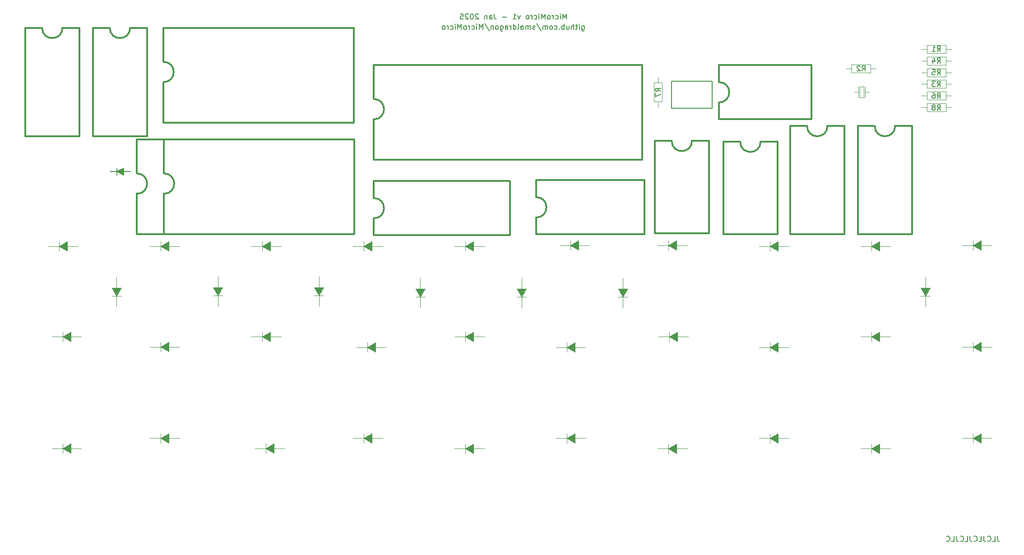
<source format=gbr>
%TF.GenerationSoftware,KiCad,Pcbnew,8.0.6*%
%TF.CreationDate,2025-01-18T12:54:08+00:00*%
%TF.ProjectId,a1,61312e6b-6963-4616-945f-706362585858,rev?*%
%TF.SameCoordinates,Original*%
%TF.FileFunction,Legend,Bot*%
%TF.FilePolarity,Positive*%
%FSLAX46Y46*%
G04 Gerber Fmt 4.6, Leading zero omitted, Abs format (unit mm)*
G04 Created by KiCad (PCBNEW 8.0.6) date 2025-01-18 12:54:08*
%MOMM*%
%LPD*%
G01*
G04 APERTURE LIST*
%ADD10C,0.150000*%
%ADD11C,0.300000*%
%ADD12C,0.200000*%
%ADD13C,0.120000*%
%ADD14C,0.100000*%
G04 APERTURE END LIST*
D10*
X239277506Y-138394819D02*
X239277506Y-139109104D01*
X239277506Y-139109104D02*
X239325125Y-139251961D01*
X239325125Y-139251961D02*
X239420363Y-139347200D01*
X239420363Y-139347200D02*
X239563220Y-139394819D01*
X239563220Y-139394819D02*
X239658458Y-139394819D01*
X238325125Y-139394819D02*
X238801315Y-139394819D01*
X238801315Y-139394819D02*
X238801315Y-138394819D01*
X237420363Y-139299580D02*
X237467982Y-139347200D01*
X237467982Y-139347200D02*
X237610839Y-139394819D01*
X237610839Y-139394819D02*
X237706077Y-139394819D01*
X237706077Y-139394819D02*
X237848934Y-139347200D01*
X237848934Y-139347200D02*
X237944172Y-139251961D01*
X237944172Y-139251961D02*
X237991791Y-139156723D01*
X237991791Y-139156723D02*
X238039410Y-138966247D01*
X238039410Y-138966247D02*
X238039410Y-138823390D01*
X238039410Y-138823390D02*
X237991791Y-138632914D01*
X237991791Y-138632914D02*
X237944172Y-138537676D01*
X237944172Y-138537676D02*
X237848934Y-138442438D01*
X237848934Y-138442438D02*
X237706077Y-138394819D01*
X237706077Y-138394819D02*
X237610839Y-138394819D01*
X237610839Y-138394819D02*
X237467982Y-138442438D01*
X237467982Y-138442438D02*
X237420363Y-138490057D01*
X236706077Y-138394819D02*
X236706077Y-139109104D01*
X236706077Y-139109104D02*
X236753696Y-139251961D01*
X236753696Y-139251961D02*
X236848934Y-139347200D01*
X236848934Y-139347200D02*
X236991791Y-139394819D01*
X236991791Y-139394819D02*
X237087029Y-139394819D01*
X235753696Y-139394819D02*
X236229886Y-139394819D01*
X236229886Y-139394819D02*
X236229886Y-138394819D01*
X234848934Y-139299580D02*
X234896553Y-139347200D01*
X234896553Y-139347200D02*
X235039410Y-139394819D01*
X235039410Y-139394819D02*
X235134648Y-139394819D01*
X235134648Y-139394819D02*
X235277505Y-139347200D01*
X235277505Y-139347200D02*
X235372743Y-139251961D01*
X235372743Y-139251961D02*
X235420362Y-139156723D01*
X235420362Y-139156723D02*
X235467981Y-138966247D01*
X235467981Y-138966247D02*
X235467981Y-138823390D01*
X235467981Y-138823390D02*
X235420362Y-138632914D01*
X235420362Y-138632914D02*
X235372743Y-138537676D01*
X235372743Y-138537676D02*
X235277505Y-138442438D01*
X235277505Y-138442438D02*
X235134648Y-138394819D01*
X235134648Y-138394819D02*
X235039410Y-138394819D01*
X235039410Y-138394819D02*
X234896553Y-138442438D01*
X234896553Y-138442438D02*
X234848934Y-138490057D01*
X234134648Y-138394819D02*
X234134648Y-139109104D01*
X234134648Y-139109104D02*
X234182267Y-139251961D01*
X234182267Y-139251961D02*
X234277505Y-139347200D01*
X234277505Y-139347200D02*
X234420362Y-139394819D01*
X234420362Y-139394819D02*
X234515600Y-139394819D01*
X233182267Y-139394819D02*
X233658457Y-139394819D01*
X233658457Y-139394819D02*
X233658457Y-138394819D01*
X232277505Y-139299580D02*
X232325124Y-139347200D01*
X232325124Y-139347200D02*
X232467981Y-139394819D01*
X232467981Y-139394819D02*
X232563219Y-139394819D01*
X232563219Y-139394819D02*
X232706076Y-139347200D01*
X232706076Y-139347200D02*
X232801314Y-139251961D01*
X232801314Y-139251961D02*
X232848933Y-139156723D01*
X232848933Y-139156723D02*
X232896552Y-138966247D01*
X232896552Y-138966247D02*
X232896552Y-138823390D01*
X232896552Y-138823390D02*
X232848933Y-138632914D01*
X232848933Y-138632914D02*
X232801314Y-138537676D01*
X232801314Y-138537676D02*
X232706076Y-138442438D01*
X232706076Y-138442438D02*
X232563219Y-138394819D01*
X232563219Y-138394819D02*
X232467981Y-138394819D01*
X232467981Y-138394819D02*
X232325124Y-138442438D01*
X232325124Y-138442438D02*
X232277505Y-138490057D01*
X231563219Y-138394819D02*
X231563219Y-139109104D01*
X231563219Y-139109104D02*
X231610838Y-139251961D01*
X231610838Y-139251961D02*
X231706076Y-139347200D01*
X231706076Y-139347200D02*
X231848933Y-139394819D01*
X231848933Y-139394819D02*
X231944171Y-139394819D01*
X230610838Y-139394819D02*
X231087028Y-139394819D01*
X231087028Y-139394819D02*
X231087028Y-138394819D01*
X229706076Y-139299580D02*
X229753695Y-139347200D01*
X229753695Y-139347200D02*
X229896552Y-139394819D01*
X229896552Y-139394819D02*
X229991790Y-139394819D01*
X229991790Y-139394819D02*
X230134647Y-139347200D01*
X230134647Y-139347200D02*
X230229885Y-139251961D01*
X230229885Y-139251961D02*
X230277504Y-139156723D01*
X230277504Y-139156723D02*
X230325123Y-138966247D01*
X230325123Y-138966247D02*
X230325123Y-138823390D01*
X230325123Y-138823390D02*
X230277504Y-138632914D01*
X230277504Y-138632914D02*
X230229885Y-138537676D01*
X230229885Y-138537676D02*
X230134647Y-138442438D01*
X230134647Y-138442438D02*
X229991790Y-138394819D01*
X229991790Y-138394819D02*
X229896552Y-138394819D01*
X229896552Y-138394819D02*
X229753695Y-138442438D01*
X229753695Y-138442438D02*
X229706076Y-138490057D01*
D11*
X172600000Y-67820000D02*
X122275000Y-67820000D01*
D10*
X75385000Y-70635000D02*
X74115000Y-70000000D01*
X75385000Y-69365000D01*
X75385000Y-70635000D01*
G36*
X75385000Y-70635000D02*
G01*
X74115000Y-70000000D01*
X75385000Y-69365000D01*
X75385000Y-70635000D01*
G37*
D11*
X77825000Y-70360000D02*
G75*
G02*
X77825000Y-74170000I0J-1905000D01*
G01*
X82825000Y-60835000D02*
X82825000Y-53215000D01*
X76555000Y-43055000D02*
G75*
G02*
X72745000Y-43055000I-1905000J0D01*
G01*
X194825000Y-64412500D02*
G75*
G02*
X191015000Y-64412500I-1905000J0D01*
G01*
X173075000Y-81790000D02*
X173075000Y-71630000D01*
X187840000Y-81717500D02*
X198000000Y-81717500D01*
X213080000Y-81790000D02*
X223240000Y-81790000D01*
X69570000Y-63375000D02*
X69570000Y-43055000D01*
X187840000Y-81717500D02*
X187840000Y-64412500D01*
X174980000Y-81552500D02*
X185140000Y-81552500D01*
X122275000Y-56390000D02*
X122275000Y-50040000D01*
X122275000Y-74970000D02*
G75*
G02*
X122275000Y-78780000I0J-1905000D01*
G01*
X181965000Y-64247500D02*
G75*
G02*
X178155000Y-64247500I-1905000J0D01*
G01*
X187045000Y-60200000D02*
X187045000Y-57025000D01*
X174980000Y-81552500D02*
X174980000Y-64247500D01*
X82825000Y-43055000D02*
X118545000Y-43055000D01*
X213080000Y-61470000D02*
X216255000Y-61470000D01*
X220065000Y-61470000D02*
X223240000Y-61470000D01*
X207365000Y-61470000D02*
G75*
G02*
X203555000Y-61470000I-1905000J0D01*
G01*
X213080000Y-81790000D02*
X213080000Y-61470000D01*
D12*
X178155000Y-53088000D02*
X185775000Y-53088000D01*
X185775000Y-58168000D01*
X178155000Y-58168000D01*
X178155000Y-53088000D01*
D11*
X82905000Y-70360000D02*
G75*
G02*
X82905000Y-74170000I0J-1905000D01*
G01*
X122275000Y-81955000D02*
X122275000Y-78780000D01*
X77825000Y-81790000D02*
X77825000Y-74170000D01*
X200380000Y-81790000D02*
X200380000Y-61470000D01*
X56870000Y-43055000D02*
X60045000Y-43055000D01*
X198000000Y-64412500D02*
X198000000Y-81717500D01*
X82825000Y-49405000D02*
G75*
G02*
X82825000Y-53215000I0J-1905000D01*
G01*
X69570000Y-63375000D02*
X79730000Y-63375000D01*
D10*
X74115000Y-70635000D02*
X74115000Y-69365000D01*
D11*
X207365000Y-61470000D02*
X210540000Y-61470000D01*
X220065000Y-61470000D02*
G75*
G02*
X216255000Y-61470000I-1905000J0D01*
G01*
X200380000Y-61470000D02*
X203555000Y-61470000D01*
X76555000Y-43055000D02*
X79730000Y-43055000D01*
X210540000Y-61470000D02*
X210540000Y-81790000D01*
X118625000Y-81790000D02*
X77825000Y-81790000D01*
X152755000Y-71630000D02*
X173075000Y-71630000D01*
X147835000Y-81955000D02*
X122275000Y-81955000D01*
X56870000Y-63375000D02*
X56870000Y-43055000D01*
X152755000Y-74805000D02*
G75*
G02*
X152755000Y-78615000I0J-1905000D01*
G01*
X82905000Y-81790000D02*
X82905000Y-74170000D01*
X200380000Y-81790000D02*
X210540000Y-81790000D01*
X77825000Y-64010000D02*
X118625000Y-64010000D01*
X63855000Y-43055000D02*
X67030000Y-43055000D01*
X172600000Y-67820000D02*
X172600000Y-50040000D01*
X147835000Y-81955000D02*
X147835000Y-71795000D01*
X187045000Y-50040000D02*
X204350000Y-50040000D01*
X122275000Y-50040000D02*
X172600000Y-50040000D01*
X174980000Y-64247500D02*
X178155000Y-64247500D01*
X67030000Y-43055000D02*
X67030000Y-63375000D01*
X204350000Y-60200000D02*
X187045000Y-60200000D01*
X187045000Y-53215000D02*
G75*
G02*
X187045000Y-57025000I0J-1905000D01*
G01*
D10*
X76655000Y-70000000D02*
X72845000Y-70000000D01*
D11*
X82905000Y-70360000D02*
X82905000Y-64010000D01*
X204350000Y-60200000D02*
X204350000Y-50040000D01*
X79730000Y-43055000D02*
X79730000Y-63375000D01*
X181965000Y-64247500D02*
X185140000Y-64247500D01*
X118625000Y-81790000D02*
X118625000Y-64010000D01*
X56870000Y-63375000D02*
X67030000Y-63375000D01*
X77825000Y-70360000D02*
X77825000Y-64010000D01*
X122275000Y-74970000D02*
X122275000Y-71795000D01*
X69570000Y-43055000D02*
X72745000Y-43055000D01*
X152755000Y-74805000D02*
X152755000Y-71630000D01*
X152755000Y-81790000D02*
X152755000Y-78615000D01*
X185140000Y-64247500D02*
X185140000Y-81552500D01*
X118545000Y-60835000D02*
X118545000Y-43055000D01*
X194825000Y-64412500D02*
X198000000Y-64412500D01*
X63855000Y-43055000D02*
G75*
G02*
X60045000Y-43055000I-1905000J0D01*
G01*
X173075000Y-81790000D02*
X152755000Y-81790000D01*
X118545000Y-60835000D02*
X82825000Y-60835000D01*
X82825000Y-49405000D02*
X82825000Y-43055000D01*
X187840000Y-64412500D02*
X191015000Y-64412500D01*
X122275000Y-71795000D02*
X147835000Y-71795000D01*
X122275000Y-56390000D02*
G75*
G02*
X122275000Y-60200000I0J-1905000D01*
G01*
X187045000Y-53215000D02*
X187045000Y-50040000D01*
X122275000Y-67820000D02*
X122275000Y-60200000D01*
X223240000Y-61470000D02*
X223240000Y-81790000D01*
D12*
X158415381Y-41396219D02*
X158415381Y-40396219D01*
X158415381Y-40396219D02*
X158082048Y-41110504D01*
X158082048Y-41110504D02*
X157748715Y-40396219D01*
X157748715Y-40396219D02*
X157748715Y-41396219D01*
X157272524Y-41396219D02*
X157272524Y-40729552D01*
X157272524Y-40396219D02*
X157320143Y-40443838D01*
X157320143Y-40443838D02*
X157272524Y-40491457D01*
X157272524Y-40491457D02*
X157224905Y-40443838D01*
X157224905Y-40443838D02*
X157272524Y-40396219D01*
X157272524Y-40396219D02*
X157272524Y-40491457D01*
X156367763Y-41348600D02*
X156463001Y-41396219D01*
X156463001Y-41396219D02*
X156653477Y-41396219D01*
X156653477Y-41396219D02*
X156748715Y-41348600D01*
X156748715Y-41348600D02*
X156796334Y-41300980D01*
X156796334Y-41300980D02*
X156843953Y-41205742D01*
X156843953Y-41205742D02*
X156843953Y-40920028D01*
X156843953Y-40920028D02*
X156796334Y-40824790D01*
X156796334Y-40824790D02*
X156748715Y-40777171D01*
X156748715Y-40777171D02*
X156653477Y-40729552D01*
X156653477Y-40729552D02*
X156463001Y-40729552D01*
X156463001Y-40729552D02*
X156367763Y-40777171D01*
X155939191Y-41396219D02*
X155939191Y-40729552D01*
X155939191Y-40920028D02*
X155891572Y-40824790D01*
X155891572Y-40824790D02*
X155843953Y-40777171D01*
X155843953Y-40777171D02*
X155748715Y-40729552D01*
X155748715Y-40729552D02*
X155653477Y-40729552D01*
X155177286Y-41396219D02*
X155272524Y-41348600D01*
X155272524Y-41348600D02*
X155320143Y-41300980D01*
X155320143Y-41300980D02*
X155367762Y-41205742D01*
X155367762Y-41205742D02*
X155367762Y-40920028D01*
X155367762Y-40920028D02*
X155320143Y-40824790D01*
X155320143Y-40824790D02*
X155272524Y-40777171D01*
X155272524Y-40777171D02*
X155177286Y-40729552D01*
X155177286Y-40729552D02*
X155034429Y-40729552D01*
X155034429Y-40729552D02*
X154939191Y-40777171D01*
X154939191Y-40777171D02*
X154891572Y-40824790D01*
X154891572Y-40824790D02*
X154843953Y-40920028D01*
X154843953Y-40920028D02*
X154843953Y-41205742D01*
X154843953Y-41205742D02*
X154891572Y-41300980D01*
X154891572Y-41300980D02*
X154939191Y-41348600D01*
X154939191Y-41348600D02*
X155034429Y-41396219D01*
X155034429Y-41396219D02*
X155177286Y-41396219D01*
X154415381Y-41396219D02*
X154415381Y-40396219D01*
X154415381Y-40396219D02*
X154082048Y-41110504D01*
X154082048Y-41110504D02*
X153748715Y-40396219D01*
X153748715Y-40396219D02*
X153748715Y-41396219D01*
X153272524Y-41396219D02*
X153272524Y-40729552D01*
X153272524Y-40396219D02*
X153320143Y-40443838D01*
X153320143Y-40443838D02*
X153272524Y-40491457D01*
X153272524Y-40491457D02*
X153224905Y-40443838D01*
X153224905Y-40443838D02*
X153272524Y-40396219D01*
X153272524Y-40396219D02*
X153272524Y-40491457D01*
X152367763Y-41348600D02*
X152463001Y-41396219D01*
X152463001Y-41396219D02*
X152653477Y-41396219D01*
X152653477Y-41396219D02*
X152748715Y-41348600D01*
X152748715Y-41348600D02*
X152796334Y-41300980D01*
X152796334Y-41300980D02*
X152843953Y-41205742D01*
X152843953Y-41205742D02*
X152843953Y-40920028D01*
X152843953Y-40920028D02*
X152796334Y-40824790D01*
X152796334Y-40824790D02*
X152748715Y-40777171D01*
X152748715Y-40777171D02*
X152653477Y-40729552D01*
X152653477Y-40729552D02*
X152463001Y-40729552D01*
X152463001Y-40729552D02*
X152367763Y-40777171D01*
X151939191Y-41396219D02*
X151939191Y-40729552D01*
X151939191Y-40920028D02*
X151891572Y-40824790D01*
X151891572Y-40824790D02*
X151843953Y-40777171D01*
X151843953Y-40777171D02*
X151748715Y-40729552D01*
X151748715Y-40729552D02*
X151653477Y-40729552D01*
X151177286Y-41396219D02*
X151272524Y-41348600D01*
X151272524Y-41348600D02*
X151320143Y-41300980D01*
X151320143Y-41300980D02*
X151367762Y-41205742D01*
X151367762Y-41205742D02*
X151367762Y-40920028D01*
X151367762Y-40920028D02*
X151320143Y-40824790D01*
X151320143Y-40824790D02*
X151272524Y-40777171D01*
X151272524Y-40777171D02*
X151177286Y-40729552D01*
X151177286Y-40729552D02*
X151034429Y-40729552D01*
X151034429Y-40729552D02*
X150939191Y-40777171D01*
X150939191Y-40777171D02*
X150891572Y-40824790D01*
X150891572Y-40824790D02*
X150843953Y-40920028D01*
X150843953Y-40920028D02*
X150843953Y-41205742D01*
X150843953Y-41205742D02*
X150891572Y-41300980D01*
X150891572Y-41300980D02*
X150939191Y-41348600D01*
X150939191Y-41348600D02*
X151034429Y-41396219D01*
X151034429Y-41396219D02*
X151177286Y-41396219D01*
X149748714Y-40729552D02*
X149510619Y-41396219D01*
X149510619Y-41396219D02*
X149272524Y-40729552D01*
X148367762Y-41396219D02*
X148939190Y-41396219D01*
X148653476Y-41396219D02*
X148653476Y-40396219D01*
X148653476Y-40396219D02*
X148748714Y-40539076D01*
X148748714Y-40539076D02*
X148843952Y-40634314D01*
X148843952Y-40634314D02*
X148939190Y-40681933D01*
X147177285Y-41015266D02*
X146415381Y-41015266D01*
X144891571Y-40396219D02*
X144891571Y-41110504D01*
X144891571Y-41110504D02*
X144939190Y-41253361D01*
X144939190Y-41253361D02*
X145034428Y-41348600D01*
X145034428Y-41348600D02*
X145177285Y-41396219D01*
X145177285Y-41396219D02*
X145272523Y-41396219D01*
X143986809Y-41396219D02*
X143986809Y-40872409D01*
X143986809Y-40872409D02*
X144034428Y-40777171D01*
X144034428Y-40777171D02*
X144129666Y-40729552D01*
X144129666Y-40729552D02*
X144320142Y-40729552D01*
X144320142Y-40729552D02*
X144415380Y-40777171D01*
X143986809Y-41348600D02*
X144082047Y-41396219D01*
X144082047Y-41396219D02*
X144320142Y-41396219D01*
X144320142Y-41396219D02*
X144415380Y-41348600D01*
X144415380Y-41348600D02*
X144462999Y-41253361D01*
X144462999Y-41253361D02*
X144462999Y-41158123D01*
X144462999Y-41158123D02*
X144415380Y-41062885D01*
X144415380Y-41062885D02*
X144320142Y-41015266D01*
X144320142Y-41015266D02*
X144082047Y-41015266D01*
X144082047Y-41015266D02*
X143986809Y-40967647D01*
X143510618Y-40729552D02*
X143510618Y-41396219D01*
X143510618Y-40824790D02*
X143462999Y-40777171D01*
X143462999Y-40777171D02*
X143367761Y-40729552D01*
X143367761Y-40729552D02*
X143224904Y-40729552D01*
X143224904Y-40729552D02*
X143129666Y-40777171D01*
X143129666Y-40777171D02*
X143082047Y-40872409D01*
X143082047Y-40872409D02*
X143082047Y-41396219D01*
X141891570Y-40491457D02*
X141843951Y-40443838D01*
X141843951Y-40443838D02*
X141748713Y-40396219D01*
X141748713Y-40396219D02*
X141510618Y-40396219D01*
X141510618Y-40396219D02*
X141415380Y-40443838D01*
X141415380Y-40443838D02*
X141367761Y-40491457D01*
X141367761Y-40491457D02*
X141320142Y-40586695D01*
X141320142Y-40586695D02*
X141320142Y-40681933D01*
X141320142Y-40681933D02*
X141367761Y-40824790D01*
X141367761Y-40824790D02*
X141939189Y-41396219D01*
X141939189Y-41396219D02*
X141320142Y-41396219D01*
X140701094Y-40396219D02*
X140605856Y-40396219D01*
X140605856Y-40396219D02*
X140510618Y-40443838D01*
X140510618Y-40443838D02*
X140462999Y-40491457D01*
X140462999Y-40491457D02*
X140415380Y-40586695D01*
X140415380Y-40586695D02*
X140367761Y-40777171D01*
X140367761Y-40777171D02*
X140367761Y-41015266D01*
X140367761Y-41015266D02*
X140415380Y-41205742D01*
X140415380Y-41205742D02*
X140462999Y-41300980D01*
X140462999Y-41300980D02*
X140510618Y-41348600D01*
X140510618Y-41348600D02*
X140605856Y-41396219D01*
X140605856Y-41396219D02*
X140701094Y-41396219D01*
X140701094Y-41396219D02*
X140796332Y-41348600D01*
X140796332Y-41348600D02*
X140843951Y-41300980D01*
X140843951Y-41300980D02*
X140891570Y-41205742D01*
X140891570Y-41205742D02*
X140939189Y-41015266D01*
X140939189Y-41015266D02*
X140939189Y-40777171D01*
X140939189Y-40777171D02*
X140891570Y-40586695D01*
X140891570Y-40586695D02*
X140843951Y-40491457D01*
X140843951Y-40491457D02*
X140796332Y-40443838D01*
X140796332Y-40443838D02*
X140701094Y-40396219D01*
X139986808Y-40491457D02*
X139939189Y-40443838D01*
X139939189Y-40443838D02*
X139843951Y-40396219D01*
X139843951Y-40396219D02*
X139605856Y-40396219D01*
X139605856Y-40396219D02*
X139510618Y-40443838D01*
X139510618Y-40443838D02*
X139462999Y-40491457D01*
X139462999Y-40491457D02*
X139415380Y-40586695D01*
X139415380Y-40586695D02*
X139415380Y-40681933D01*
X139415380Y-40681933D02*
X139462999Y-40824790D01*
X139462999Y-40824790D02*
X140034427Y-41396219D01*
X140034427Y-41396219D02*
X139415380Y-41396219D01*
X138510618Y-40396219D02*
X138986808Y-40396219D01*
X138986808Y-40396219D02*
X139034427Y-40872409D01*
X139034427Y-40872409D02*
X138986808Y-40824790D01*
X138986808Y-40824790D02*
X138891570Y-40777171D01*
X138891570Y-40777171D02*
X138653475Y-40777171D01*
X138653475Y-40777171D02*
X138558237Y-40824790D01*
X138558237Y-40824790D02*
X138510618Y-40872409D01*
X138510618Y-40872409D02*
X138462999Y-40967647D01*
X138462999Y-40967647D02*
X138462999Y-41205742D01*
X138462999Y-41205742D02*
X138510618Y-41300980D01*
X138510618Y-41300980D02*
X138558237Y-41348600D01*
X138558237Y-41348600D02*
X138653475Y-41396219D01*
X138653475Y-41396219D02*
X138891570Y-41396219D01*
X138891570Y-41396219D02*
X138986808Y-41348600D01*
X138986808Y-41348600D02*
X139034427Y-41300980D01*
X161320143Y-42634552D02*
X161320143Y-43444076D01*
X161320143Y-43444076D02*
X161367762Y-43539314D01*
X161367762Y-43539314D02*
X161415381Y-43586933D01*
X161415381Y-43586933D02*
X161510619Y-43634552D01*
X161510619Y-43634552D02*
X161653476Y-43634552D01*
X161653476Y-43634552D02*
X161748714Y-43586933D01*
X161320143Y-43253600D02*
X161415381Y-43301219D01*
X161415381Y-43301219D02*
X161605857Y-43301219D01*
X161605857Y-43301219D02*
X161701095Y-43253600D01*
X161701095Y-43253600D02*
X161748714Y-43205980D01*
X161748714Y-43205980D02*
X161796333Y-43110742D01*
X161796333Y-43110742D02*
X161796333Y-42825028D01*
X161796333Y-42825028D02*
X161748714Y-42729790D01*
X161748714Y-42729790D02*
X161701095Y-42682171D01*
X161701095Y-42682171D02*
X161605857Y-42634552D01*
X161605857Y-42634552D02*
X161415381Y-42634552D01*
X161415381Y-42634552D02*
X161320143Y-42682171D01*
X160843952Y-43301219D02*
X160843952Y-42634552D01*
X160843952Y-42301219D02*
X160891571Y-42348838D01*
X160891571Y-42348838D02*
X160843952Y-42396457D01*
X160843952Y-42396457D02*
X160796333Y-42348838D01*
X160796333Y-42348838D02*
X160843952Y-42301219D01*
X160843952Y-42301219D02*
X160843952Y-42396457D01*
X160510619Y-42634552D02*
X160129667Y-42634552D01*
X160367762Y-42301219D02*
X160367762Y-43158361D01*
X160367762Y-43158361D02*
X160320143Y-43253600D01*
X160320143Y-43253600D02*
X160224905Y-43301219D01*
X160224905Y-43301219D02*
X160129667Y-43301219D01*
X159796333Y-43301219D02*
X159796333Y-42301219D01*
X159367762Y-43301219D02*
X159367762Y-42777409D01*
X159367762Y-42777409D02*
X159415381Y-42682171D01*
X159415381Y-42682171D02*
X159510619Y-42634552D01*
X159510619Y-42634552D02*
X159653476Y-42634552D01*
X159653476Y-42634552D02*
X159748714Y-42682171D01*
X159748714Y-42682171D02*
X159796333Y-42729790D01*
X158463000Y-42634552D02*
X158463000Y-43301219D01*
X158891571Y-42634552D02*
X158891571Y-43158361D01*
X158891571Y-43158361D02*
X158843952Y-43253600D01*
X158843952Y-43253600D02*
X158748714Y-43301219D01*
X158748714Y-43301219D02*
X158605857Y-43301219D01*
X158605857Y-43301219D02*
X158510619Y-43253600D01*
X158510619Y-43253600D02*
X158463000Y-43205980D01*
X157986809Y-43301219D02*
X157986809Y-42301219D01*
X157986809Y-42682171D02*
X157891571Y-42634552D01*
X157891571Y-42634552D02*
X157701095Y-42634552D01*
X157701095Y-42634552D02*
X157605857Y-42682171D01*
X157605857Y-42682171D02*
X157558238Y-42729790D01*
X157558238Y-42729790D02*
X157510619Y-42825028D01*
X157510619Y-42825028D02*
X157510619Y-43110742D01*
X157510619Y-43110742D02*
X157558238Y-43205980D01*
X157558238Y-43205980D02*
X157605857Y-43253600D01*
X157605857Y-43253600D02*
X157701095Y-43301219D01*
X157701095Y-43301219D02*
X157891571Y-43301219D01*
X157891571Y-43301219D02*
X157986809Y-43253600D01*
X157082047Y-43205980D02*
X157034428Y-43253600D01*
X157034428Y-43253600D02*
X157082047Y-43301219D01*
X157082047Y-43301219D02*
X157129666Y-43253600D01*
X157129666Y-43253600D02*
X157082047Y-43205980D01*
X157082047Y-43205980D02*
X157082047Y-43301219D01*
X156177286Y-43253600D02*
X156272524Y-43301219D01*
X156272524Y-43301219D02*
X156463000Y-43301219D01*
X156463000Y-43301219D02*
X156558238Y-43253600D01*
X156558238Y-43253600D02*
X156605857Y-43205980D01*
X156605857Y-43205980D02*
X156653476Y-43110742D01*
X156653476Y-43110742D02*
X156653476Y-42825028D01*
X156653476Y-42825028D02*
X156605857Y-42729790D01*
X156605857Y-42729790D02*
X156558238Y-42682171D01*
X156558238Y-42682171D02*
X156463000Y-42634552D01*
X156463000Y-42634552D02*
X156272524Y-42634552D01*
X156272524Y-42634552D02*
X156177286Y-42682171D01*
X155605857Y-43301219D02*
X155701095Y-43253600D01*
X155701095Y-43253600D02*
X155748714Y-43205980D01*
X155748714Y-43205980D02*
X155796333Y-43110742D01*
X155796333Y-43110742D02*
X155796333Y-42825028D01*
X155796333Y-42825028D02*
X155748714Y-42729790D01*
X155748714Y-42729790D02*
X155701095Y-42682171D01*
X155701095Y-42682171D02*
X155605857Y-42634552D01*
X155605857Y-42634552D02*
X155463000Y-42634552D01*
X155463000Y-42634552D02*
X155367762Y-42682171D01*
X155367762Y-42682171D02*
X155320143Y-42729790D01*
X155320143Y-42729790D02*
X155272524Y-42825028D01*
X155272524Y-42825028D02*
X155272524Y-43110742D01*
X155272524Y-43110742D02*
X155320143Y-43205980D01*
X155320143Y-43205980D02*
X155367762Y-43253600D01*
X155367762Y-43253600D02*
X155463000Y-43301219D01*
X155463000Y-43301219D02*
X155605857Y-43301219D01*
X154843952Y-43301219D02*
X154843952Y-42634552D01*
X154843952Y-42729790D02*
X154796333Y-42682171D01*
X154796333Y-42682171D02*
X154701095Y-42634552D01*
X154701095Y-42634552D02*
X154558238Y-42634552D01*
X154558238Y-42634552D02*
X154463000Y-42682171D01*
X154463000Y-42682171D02*
X154415381Y-42777409D01*
X154415381Y-42777409D02*
X154415381Y-43301219D01*
X154415381Y-42777409D02*
X154367762Y-42682171D01*
X154367762Y-42682171D02*
X154272524Y-42634552D01*
X154272524Y-42634552D02*
X154129667Y-42634552D01*
X154129667Y-42634552D02*
X154034428Y-42682171D01*
X154034428Y-42682171D02*
X153986809Y-42777409D01*
X153986809Y-42777409D02*
X153986809Y-43301219D01*
X152796334Y-42253600D02*
X153653476Y-43539314D01*
X152510619Y-43253600D02*
X152415381Y-43301219D01*
X152415381Y-43301219D02*
X152224905Y-43301219D01*
X152224905Y-43301219D02*
X152129667Y-43253600D01*
X152129667Y-43253600D02*
X152082048Y-43158361D01*
X152082048Y-43158361D02*
X152082048Y-43110742D01*
X152082048Y-43110742D02*
X152129667Y-43015504D01*
X152129667Y-43015504D02*
X152224905Y-42967885D01*
X152224905Y-42967885D02*
X152367762Y-42967885D01*
X152367762Y-42967885D02*
X152463000Y-42920266D01*
X152463000Y-42920266D02*
X152510619Y-42825028D01*
X152510619Y-42825028D02*
X152510619Y-42777409D01*
X152510619Y-42777409D02*
X152463000Y-42682171D01*
X152463000Y-42682171D02*
X152367762Y-42634552D01*
X152367762Y-42634552D02*
X152224905Y-42634552D01*
X152224905Y-42634552D02*
X152129667Y-42682171D01*
X151653476Y-43301219D02*
X151653476Y-42634552D01*
X151653476Y-42729790D02*
X151605857Y-42682171D01*
X151605857Y-42682171D02*
X151510619Y-42634552D01*
X151510619Y-42634552D02*
X151367762Y-42634552D01*
X151367762Y-42634552D02*
X151272524Y-42682171D01*
X151272524Y-42682171D02*
X151224905Y-42777409D01*
X151224905Y-42777409D02*
X151224905Y-43301219D01*
X151224905Y-42777409D02*
X151177286Y-42682171D01*
X151177286Y-42682171D02*
X151082048Y-42634552D01*
X151082048Y-42634552D02*
X150939191Y-42634552D01*
X150939191Y-42634552D02*
X150843952Y-42682171D01*
X150843952Y-42682171D02*
X150796333Y-42777409D01*
X150796333Y-42777409D02*
X150796333Y-43301219D01*
X149891572Y-43301219D02*
X149891572Y-42777409D01*
X149891572Y-42777409D02*
X149939191Y-42682171D01*
X149939191Y-42682171D02*
X150034429Y-42634552D01*
X150034429Y-42634552D02*
X150224905Y-42634552D01*
X150224905Y-42634552D02*
X150320143Y-42682171D01*
X149891572Y-43253600D02*
X149986810Y-43301219D01*
X149986810Y-43301219D02*
X150224905Y-43301219D01*
X150224905Y-43301219D02*
X150320143Y-43253600D01*
X150320143Y-43253600D02*
X150367762Y-43158361D01*
X150367762Y-43158361D02*
X150367762Y-43063123D01*
X150367762Y-43063123D02*
X150320143Y-42967885D01*
X150320143Y-42967885D02*
X150224905Y-42920266D01*
X150224905Y-42920266D02*
X149986810Y-42920266D01*
X149986810Y-42920266D02*
X149891572Y-42872647D01*
X149272524Y-43301219D02*
X149367762Y-43253600D01*
X149367762Y-43253600D02*
X149415381Y-43158361D01*
X149415381Y-43158361D02*
X149415381Y-42301219D01*
X148463000Y-43301219D02*
X148463000Y-42301219D01*
X148463000Y-43253600D02*
X148558238Y-43301219D01*
X148558238Y-43301219D02*
X148748714Y-43301219D01*
X148748714Y-43301219D02*
X148843952Y-43253600D01*
X148843952Y-43253600D02*
X148891571Y-43205980D01*
X148891571Y-43205980D02*
X148939190Y-43110742D01*
X148939190Y-43110742D02*
X148939190Y-42825028D01*
X148939190Y-42825028D02*
X148891571Y-42729790D01*
X148891571Y-42729790D02*
X148843952Y-42682171D01*
X148843952Y-42682171D02*
X148748714Y-42634552D01*
X148748714Y-42634552D02*
X148558238Y-42634552D01*
X148558238Y-42634552D02*
X148463000Y-42682171D01*
X147986809Y-43301219D02*
X147986809Y-42634552D01*
X147986809Y-42825028D02*
X147939190Y-42729790D01*
X147939190Y-42729790D02*
X147891571Y-42682171D01*
X147891571Y-42682171D02*
X147796333Y-42634552D01*
X147796333Y-42634552D02*
X147701095Y-42634552D01*
X146939190Y-43301219D02*
X146939190Y-42777409D01*
X146939190Y-42777409D02*
X146986809Y-42682171D01*
X146986809Y-42682171D02*
X147082047Y-42634552D01*
X147082047Y-42634552D02*
X147272523Y-42634552D01*
X147272523Y-42634552D02*
X147367761Y-42682171D01*
X146939190Y-43253600D02*
X147034428Y-43301219D01*
X147034428Y-43301219D02*
X147272523Y-43301219D01*
X147272523Y-43301219D02*
X147367761Y-43253600D01*
X147367761Y-43253600D02*
X147415380Y-43158361D01*
X147415380Y-43158361D02*
X147415380Y-43063123D01*
X147415380Y-43063123D02*
X147367761Y-42967885D01*
X147367761Y-42967885D02*
X147272523Y-42920266D01*
X147272523Y-42920266D02*
X147034428Y-42920266D01*
X147034428Y-42920266D02*
X146939190Y-42872647D01*
X146034428Y-42634552D02*
X146034428Y-43444076D01*
X146034428Y-43444076D02*
X146082047Y-43539314D01*
X146082047Y-43539314D02*
X146129666Y-43586933D01*
X146129666Y-43586933D02*
X146224904Y-43634552D01*
X146224904Y-43634552D02*
X146367761Y-43634552D01*
X146367761Y-43634552D02*
X146462999Y-43586933D01*
X146034428Y-43253600D02*
X146129666Y-43301219D01*
X146129666Y-43301219D02*
X146320142Y-43301219D01*
X146320142Y-43301219D02*
X146415380Y-43253600D01*
X146415380Y-43253600D02*
X146462999Y-43205980D01*
X146462999Y-43205980D02*
X146510618Y-43110742D01*
X146510618Y-43110742D02*
X146510618Y-42825028D01*
X146510618Y-42825028D02*
X146462999Y-42729790D01*
X146462999Y-42729790D02*
X146415380Y-42682171D01*
X146415380Y-42682171D02*
X146320142Y-42634552D01*
X146320142Y-42634552D02*
X146129666Y-42634552D01*
X146129666Y-42634552D02*
X146034428Y-42682171D01*
X145415380Y-43301219D02*
X145510618Y-43253600D01*
X145510618Y-43253600D02*
X145558237Y-43205980D01*
X145558237Y-43205980D02*
X145605856Y-43110742D01*
X145605856Y-43110742D02*
X145605856Y-42825028D01*
X145605856Y-42825028D02*
X145558237Y-42729790D01*
X145558237Y-42729790D02*
X145510618Y-42682171D01*
X145510618Y-42682171D02*
X145415380Y-42634552D01*
X145415380Y-42634552D02*
X145272523Y-42634552D01*
X145272523Y-42634552D02*
X145177285Y-42682171D01*
X145177285Y-42682171D02*
X145129666Y-42729790D01*
X145129666Y-42729790D02*
X145082047Y-42825028D01*
X145082047Y-42825028D02*
X145082047Y-43110742D01*
X145082047Y-43110742D02*
X145129666Y-43205980D01*
X145129666Y-43205980D02*
X145177285Y-43253600D01*
X145177285Y-43253600D02*
X145272523Y-43301219D01*
X145272523Y-43301219D02*
X145415380Y-43301219D01*
X144653475Y-42634552D02*
X144653475Y-43301219D01*
X144653475Y-42729790D02*
X144605856Y-42682171D01*
X144605856Y-42682171D02*
X144510618Y-42634552D01*
X144510618Y-42634552D02*
X144367761Y-42634552D01*
X144367761Y-42634552D02*
X144272523Y-42682171D01*
X144272523Y-42682171D02*
X144224904Y-42777409D01*
X144224904Y-42777409D02*
X144224904Y-43301219D01*
X143034428Y-42253600D02*
X143891570Y-43539314D01*
X142701094Y-43301219D02*
X142701094Y-42301219D01*
X142701094Y-42301219D02*
X142367761Y-43015504D01*
X142367761Y-43015504D02*
X142034428Y-42301219D01*
X142034428Y-42301219D02*
X142034428Y-43301219D01*
X141558237Y-43301219D02*
X141558237Y-42634552D01*
X141558237Y-42301219D02*
X141605856Y-42348838D01*
X141605856Y-42348838D02*
X141558237Y-42396457D01*
X141558237Y-42396457D02*
X141510618Y-42348838D01*
X141510618Y-42348838D02*
X141558237Y-42301219D01*
X141558237Y-42301219D02*
X141558237Y-42396457D01*
X140653476Y-43253600D02*
X140748714Y-43301219D01*
X140748714Y-43301219D02*
X140939190Y-43301219D01*
X140939190Y-43301219D02*
X141034428Y-43253600D01*
X141034428Y-43253600D02*
X141082047Y-43205980D01*
X141082047Y-43205980D02*
X141129666Y-43110742D01*
X141129666Y-43110742D02*
X141129666Y-42825028D01*
X141129666Y-42825028D02*
X141082047Y-42729790D01*
X141082047Y-42729790D02*
X141034428Y-42682171D01*
X141034428Y-42682171D02*
X140939190Y-42634552D01*
X140939190Y-42634552D02*
X140748714Y-42634552D01*
X140748714Y-42634552D02*
X140653476Y-42682171D01*
X140224904Y-43301219D02*
X140224904Y-42634552D01*
X140224904Y-42825028D02*
X140177285Y-42729790D01*
X140177285Y-42729790D02*
X140129666Y-42682171D01*
X140129666Y-42682171D02*
X140034428Y-42634552D01*
X140034428Y-42634552D02*
X139939190Y-42634552D01*
X139462999Y-43301219D02*
X139558237Y-43253600D01*
X139558237Y-43253600D02*
X139605856Y-43205980D01*
X139605856Y-43205980D02*
X139653475Y-43110742D01*
X139653475Y-43110742D02*
X139653475Y-42825028D01*
X139653475Y-42825028D02*
X139605856Y-42729790D01*
X139605856Y-42729790D02*
X139558237Y-42682171D01*
X139558237Y-42682171D02*
X139462999Y-42634552D01*
X139462999Y-42634552D02*
X139320142Y-42634552D01*
X139320142Y-42634552D02*
X139224904Y-42682171D01*
X139224904Y-42682171D02*
X139177285Y-42729790D01*
X139177285Y-42729790D02*
X139129666Y-42825028D01*
X139129666Y-42825028D02*
X139129666Y-43110742D01*
X139129666Y-43110742D02*
X139177285Y-43205980D01*
X139177285Y-43205980D02*
X139224904Y-43253600D01*
X139224904Y-43253600D02*
X139320142Y-43301219D01*
X139320142Y-43301219D02*
X139462999Y-43301219D01*
X138701094Y-43301219D02*
X138701094Y-42301219D01*
X138701094Y-42301219D02*
X138367761Y-43015504D01*
X138367761Y-43015504D02*
X138034428Y-42301219D01*
X138034428Y-42301219D02*
X138034428Y-43301219D01*
X137558237Y-43301219D02*
X137558237Y-42634552D01*
X137558237Y-42301219D02*
X137605856Y-42348838D01*
X137605856Y-42348838D02*
X137558237Y-42396457D01*
X137558237Y-42396457D02*
X137510618Y-42348838D01*
X137510618Y-42348838D02*
X137558237Y-42301219D01*
X137558237Y-42301219D02*
X137558237Y-42396457D01*
X136653476Y-43253600D02*
X136748714Y-43301219D01*
X136748714Y-43301219D02*
X136939190Y-43301219D01*
X136939190Y-43301219D02*
X137034428Y-43253600D01*
X137034428Y-43253600D02*
X137082047Y-43205980D01*
X137082047Y-43205980D02*
X137129666Y-43110742D01*
X137129666Y-43110742D02*
X137129666Y-42825028D01*
X137129666Y-42825028D02*
X137082047Y-42729790D01*
X137082047Y-42729790D02*
X137034428Y-42682171D01*
X137034428Y-42682171D02*
X136939190Y-42634552D01*
X136939190Y-42634552D02*
X136748714Y-42634552D01*
X136748714Y-42634552D02*
X136653476Y-42682171D01*
X136224904Y-43301219D02*
X136224904Y-42634552D01*
X136224904Y-42825028D02*
X136177285Y-42729790D01*
X136177285Y-42729790D02*
X136129666Y-42682171D01*
X136129666Y-42682171D02*
X136034428Y-42634552D01*
X136034428Y-42634552D02*
X135939190Y-42634552D01*
X135462999Y-43301219D02*
X135558237Y-43253600D01*
X135558237Y-43253600D02*
X135605856Y-43205980D01*
X135605856Y-43205980D02*
X135653475Y-43110742D01*
X135653475Y-43110742D02*
X135653475Y-42825028D01*
X135653475Y-42825028D02*
X135605856Y-42729790D01*
X135605856Y-42729790D02*
X135558237Y-42682171D01*
X135558237Y-42682171D02*
X135462999Y-42634552D01*
X135462999Y-42634552D02*
X135320142Y-42634552D01*
X135320142Y-42634552D02*
X135224904Y-42682171D01*
X135224904Y-42682171D02*
X135177285Y-42729790D01*
X135177285Y-42729790D02*
X135129666Y-42825028D01*
X135129666Y-42825028D02*
X135129666Y-43110742D01*
X135129666Y-43110742D02*
X135177285Y-43205980D01*
X135177285Y-43205980D02*
X135224904Y-43253600D01*
X135224904Y-43253600D02*
X135320142Y-43301219D01*
X135320142Y-43301219D02*
X135462999Y-43301219D01*
D10*
X227966666Y-58454819D02*
X228299999Y-57978628D01*
X228538094Y-58454819D02*
X228538094Y-57454819D01*
X228538094Y-57454819D02*
X228157142Y-57454819D01*
X228157142Y-57454819D02*
X228061904Y-57502438D01*
X228061904Y-57502438D02*
X228014285Y-57550057D01*
X228014285Y-57550057D02*
X227966666Y-57645295D01*
X227966666Y-57645295D02*
X227966666Y-57788152D01*
X227966666Y-57788152D02*
X228014285Y-57883390D01*
X228014285Y-57883390D02*
X228061904Y-57931009D01*
X228061904Y-57931009D02*
X228157142Y-57978628D01*
X228157142Y-57978628D02*
X228538094Y-57978628D01*
X227395237Y-57883390D02*
X227490475Y-57835771D01*
X227490475Y-57835771D02*
X227538094Y-57788152D01*
X227538094Y-57788152D02*
X227585713Y-57692914D01*
X227585713Y-57692914D02*
X227585713Y-57645295D01*
X227585713Y-57645295D02*
X227538094Y-57550057D01*
X227538094Y-57550057D02*
X227490475Y-57502438D01*
X227490475Y-57502438D02*
X227395237Y-57454819D01*
X227395237Y-57454819D02*
X227204761Y-57454819D01*
X227204761Y-57454819D02*
X227109523Y-57502438D01*
X227109523Y-57502438D02*
X227061904Y-57550057D01*
X227061904Y-57550057D02*
X227014285Y-57645295D01*
X227014285Y-57645295D02*
X227014285Y-57692914D01*
X227014285Y-57692914D02*
X227061904Y-57788152D01*
X227061904Y-57788152D02*
X227109523Y-57835771D01*
X227109523Y-57835771D02*
X227204761Y-57883390D01*
X227204761Y-57883390D02*
X227395237Y-57883390D01*
X227395237Y-57883390D02*
X227490475Y-57931009D01*
X227490475Y-57931009D02*
X227538094Y-57978628D01*
X227538094Y-57978628D02*
X227585713Y-58073866D01*
X227585713Y-58073866D02*
X227585713Y-58264342D01*
X227585713Y-58264342D02*
X227538094Y-58359580D01*
X227538094Y-58359580D02*
X227490475Y-58407200D01*
X227490475Y-58407200D02*
X227395237Y-58454819D01*
X227395237Y-58454819D02*
X227204761Y-58454819D01*
X227204761Y-58454819D02*
X227109523Y-58407200D01*
X227109523Y-58407200D02*
X227061904Y-58359580D01*
X227061904Y-58359580D02*
X227014285Y-58264342D01*
X227014285Y-58264342D02*
X227014285Y-58073866D01*
X227014285Y-58073866D02*
X227061904Y-57978628D01*
X227061904Y-57978628D02*
X227109523Y-57931009D01*
X227109523Y-57931009D02*
X227204761Y-57883390D01*
X227966666Y-51854819D02*
X228299999Y-51378628D01*
X228538094Y-51854819D02*
X228538094Y-50854819D01*
X228538094Y-50854819D02*
X228157142Y-50854819D01*
X228157142Y-50854819D02*
X228061904Y-50902438D01*
X228061904Y-50902438D02*
X228014285Y-50950057D01*
X228014285Y-50950057D02*
X227966666Y-51045295D01*
X227966666Y-51045295D02*
X227966666Y-51188152D01*
X227966666Y-51188152D02*
X228014285Y-51283390D01*
X228014285Y-51283390D02*
X228061904Y-51331009D01*
X228061904Y-51331009D02*
X228157142Y-51378628D01*
X228157142Y-51378628D02*
X228538094Y-51378628D01*
X227061904Y-50854819D02*
X227538094Y-50854819D01*
X227538094Y-50854819D02*
X227585713Y-51331009D01*
X227585713Y-51331009D02*
X227538094Y-51283390D01*
X227538094Y-51283390D02*
X227442856Y-51235771D01*
X227442856Y-51235771D02*
X227204761Y-51235771D01*
X227204761Y-51235771D02*
X227109523Y-51283390D01*
X227109523Y-51283390D02*
X227061904Y-51331009D01*
X227061904Y-51331009D02*
X227014285Y-51426247D01*
X227014285Y-51426247D02*
X227014285Y-51664342D01*
X227014285Y-51664342D02*
X227061904Y-51759580D01*
X227061904Y-51759580D02*
X227109523Y-51807200D01*
X227109523Y-51807200D02*
X227204761Y-51854819D01*
X227204761Y-51854819D02*
X227442856Y-51854819D01*
X227442856Y-51854819D02*
X227538094Y-51807200D01*
X227538094Y-51807200D02*
X227585713Y-51759580D01*
X227966666Y-54054819D02*
X228299999Y-53578628D01*
X228538094Y-54054819D02*
X228538094Y-53054819D01*
X228538094Y-53054819D02*
X228157142Y-53054819D01*
X228157142Y-53054819D02*
X228061904Y-53102438D01*
X228061904Y-53102438D02*
X228014285Y-53150057D01*
X228014285Y-53150057D02*
X227966666Y-53245295D01*
X227966666Y-53245295D02*
X227966666Y-53388152D01*
X227966666Y-53388152D02*
X228014285Y-53483390D01*
X228014285Y-53483390D02*
X228061904Y-53531009D01*
X228061904Y-53531009D02*
X228157142Y-53578628D01*
X228157142Y-53578628D02*
X228538094Y-53578628D01*
X227633332Y-53054819D02*
X227014285Y-53054819D01*
X227014285Y-53054819D02*
X227347618Y-53435771D01*
X227347618Y-53435771D02*
X227204761Y-53435771D01*
X227204761Y-53435771D02*
X227109523Y-53483390D01*
X227109523Y-53483390D02*
X227061904Y-53531009D01*
X227061904Y-53531009D02*
X227014285Y-53626247D01*
X227014285Y-53626247D02*
X227014285Y-53864342D01*
X227014285Y-53864342D02*
X227061904Y-53959580D01*
X227061904Y-53959580D02*
X227109523Y-54007200D01*
X227109523Y-54007200D02*
X227204761Y-54054819D01*
X227204761Y-54054819D02*
X227490475Y-54054819D01*
X227490475Y-54054819D02*
X227585713Y-54007200D01*
X227585713Y-54007200D02*
X227633332Y-53959580D01*
X176095819Y-54951333D02*
X175619628Y-54618000D01*
X176095819Y-54379905D02*
X175095819Y-54379905D01*
X175095819Y-54379905D02*
X175095819Y-54760857D01*
X175095819Y-54760857D02*
X175143438Y-54856095D01*
X175143438Y-54856095D02*
X175191057Y-54903714D01*
X175191057Y-54903714D02*
X175286295Y-54951333D01*
X175286295Y-54951333D02*
X175429152Y-54951333D01*
X175429152Y-54951333D02*
X175524390Y-54903714D01*
X175524390Y-54903714D02*
X175572009Y-54856095D01*
X175572009Y-54856095D02*
X175619628Y-54760857D01*
X175619628Y-54760857D02*
X175619628Y-54379905D01*
X175095819Y-55284667D02*
X175095819Y-55951333D01*
X175095819Y-55951333D02*
X176095819Y-55522762D01*
X213881666Y-51129819D02*
X214214999Y-50653628D01*
X214453094Y-51129819D02*
X214453094Y-50129819D01*
X214453094Y-50129819D02*
X214072142Y-50129819D01*
X214072142Y-50129819D02*
X213976904Y-50177438D01*
X213976904Y-50177438D02*
X213929285Y-50225057D01*
X213929285Y-50225057D02*
X213881666Y-50320295D01*
X213881666Y-50320295D02*
X213881666Y-50463152D01*
X213881666Y-50463152D02*
X213929285Y-50558390D01*
X213929285Y-50558390D02*
X213976904Y-50606009D01*
X213976904Y-50606009D02*
X214072142Y-50653628D01*
X214072142Y-50653628D02*
X214453094Y-50653628D01*
X213500713Y-50225057D02*
X213453094Y-50177438D01*
X213453094Y-50177438D02*
X213357856Y-50129819D01*
X213357856Y-50129819D02*
X213119761Y-50129819D01*
X213119761Y-50129819D02*
X213024523Y-50177438D01*
X213024523Y-50177438D02*
X212976904Y-50225057D01*
X212976904Y-50225057D02*
X212929285Y-50320295D01*
X212929285Y-50320295D02*
X212929285Y-50415533D01*
X212929285Y-50415533D02*
X212976904Y-50558390D01*
X212976904Y-50558390D02*
X213548332Y-51129819D01*
X213548332Y-51129819D02*
X212929285Y-51129819D01*
X227966666Y-47454819D02*
X228299999Y-46978628D01*
X228538094Y-47454819D02*
X228538094Y-46454819D01*
X228538094Y-46454819D02*
X228157142Y-46454819D01*
X228157142Y-46454819D02*
X228061904Y-46502438D01*
X228061904Y-46502438D02*
X228014285Y-46550057D01*
X228014285Y-46550057D02*
X227966666Y-46645295D01*
X227966666Y-46645295D02*
X227966666Y-46788152D01*
X227966666Y-46788152D02*
X228014285Y-46883390D01*
X228014285Y-46883390D02*
X228061904Y-46931009D01*
X228061904Y-46931009D02*
X228157142Y-46978628D01*
X228157142Y-46978628D02*
X228538094Y-46978628D01*
X227014285Y-47454819D02*
X227585713Y-47454819D01*
X227299999Y-47454819D02*
X227299999Y-46454819D01*
X227299999Y-46454819D02*
X227395237Y-46597676D01*
X227395237Y-46597676D02*
X227490475Y-46692914D01*
X227490475Y-46692914D02*
X227585713Y-46740533D01*
X227966666Y-56254819D02*
X228299999Y-55778628D01*
X228538094Y-56254819D02*
X228538094Y-55254819D01*
X228538094Y-55254819D02*
X228157142Y-55254819D01*
X228157142Y-55254819D02*
X228061904Y-55302438D01*
X228061904Y-55302438D02*
X228014285Y-55350057D01*
X228014285Y-55350057D02*
X227966666Y-55445295D01*
X227966666Y-55445295D02*
X227966666Y-55588152D01*
X227966666Y-55588152D02*
X228014285Y-55683390D01*
X228014285Y-55683390D02*
X228061904Y-55731009D01*
X228061904Y-55731009D02*
X228157142Y-55778628D01*
X228157142Y-55778628D02*
X228538094Y-55778628D01*
X227109523Y-55254819D02*
X227299999Y-55254819D01*
X227299999Y-55254819D02*
X227395237Y-55302438D01*
X227395237Y-55302438D02*
X227442856Y-55350057D01*
X227442856Y-55350057D02*
X227538094Y-55492914D01*
X227538094Y-55492914D02*
X227585713Y-55683390D01*
X227585713Y-55683390D02*
X227585713Y-56064342D01*
X227585713Y-56064342D02*
X227538094Y-56159580D01*
X227538094Y-56159580D02*
X227490475Y-56207200D01*
X227490475Y-56207200D02*
X227395237Y-56254819D01*
X227395237Y-56254819D02*
X227204761Y-56254819D01*
X227204761Y-56254819D02*
X227109523Y-56207200D01*
X227109523Y-56207200D02*
X227061904Y-56159580D01*
X227061904Y-56159580D02*
X227014285Y-56064342D01*
X227014285Y-56064342D02*
X227014285Y-55826247D01*
X227014285Y-55826247D02*
X227061904Y-55731009D01*
X227061904Y-55731009D02*
X227109523Y-55683390D01*
X227109523Y-55683390D02*
X227204761Y-55635771D01*
X227204761Y-55635771D02*
X227395237Y-55635771D01*
X227395237Y-55635771D02*
X227490475Y-55683390D01*
X227490475Y-55683390D02*
X227538094Y-55731009D01*
X227538094Y-55731009D02*
X227585713Y-55826247D01*
X227966666Y-49654819D02*
X228299999Y-49178628D01*
X228538094Y-49654819D02*
X228538094Y-48654819D01*
X228538094Y-48654819D02*
X228157142Y-48654819D01*
X228157142Y-48654819D02*
X228061904Y-48702438D01*
X228061904Y-48702438D02*
X228014285Y-48750057D01*
X228014285Y-48750057D02*
X227966666Y-48845295D01*
X227966666Y-48845295D02*
X227966666Y-48988152D01*
X227966666Y-48988152D02*
X228014285Y-49083390D01*
X228014285Y-49083390D02*
X228061904Y-49131009D01*
X228061904Y-49131009D02*
X228157142Y-49178628D01*
X228157142Y-49178628D02*
X228538094Y-49178628D01*
X227109523Y-48988152D02*
X227109523Y-49654819D01*
X227347618Y-48607200D02*
X227585713Y-49321485D01*
X227585713Y-49321485D02*
X226966666Y-49321485D01*
D13*
%TO.C,D38*%
X112000000Y-89730000D02*
X112000000Y-90380000D01*
X112000000Y-90380000D02*
X112000000Y-91674500D01*
X112000000Y-94659000D02*
X112000000Y-93262000D01*
X112000000Y-95270000D02*
X112000000Y-94620000D01*
X112889000Y-93262000D02*
X111111000Y-93262000D01*
D14*
X112000000Y-93262000D02*
X111111000Y-91738000D01*
X112889000Y-91738000D01*
X112000000Y-93262000D01*
G36*
X112000000Y-93262000D02*
G01*
X111111000Y-91738000D01*
X112889000Y-91738000D01*
X112000000Y-93262000D01*
G37*
D13*
%TO.C,D7*%
X61245000Y-84000000D02*
X61895000Y-84000000D01*
X61856000Y-84000000D02*
X63253000Y-84000000D01*
X63253000Y-84889000D02*
X63253000Y-83111000D01*
X66135000Y-84000000D02*
X64840500Y-84000000D01*
X66785000Y-84000000D02*
X66135000Y-84000000D01*
D14*
X64777000Y-84889000D02*
X63253000Y-84000000D01*
X64777000Y-83111000D01*
X64777000Y-84889000D01*
G36*
X64777000Y-84889000D02*
G01*
X63253000Y-84000000D01*
X64777000Y-83111000D01*
X64777000Y-84889000D01*
G37*
D13*
%TO.C,D12*%
X232695000Y-83860000D02*
X233345000Y-83860000D01*
X233306000Y-83860000D02*
X234703000Y-83860000D01*
X234703000Y-84749000D02*
X234703000Y-82971000D01*
X237585000Y-83860000D02*
X236290500Y-83860000D01*
X238235000Y-83860000D02*
X237585000Y-83860000D01*
D14*
X236227000Y-84749000D02*
X234703000Y-83860000D01*
X236227000Y-82971000D01*
X236227000Y-84749000D01*
G36*
X236227000Y-84749000D02*
G01*
X234703000Y-83860000D01*
X236227000Y-82971000D01*
X236227000Y-84749000D01*
G37*
D13*
%TO.C,D28*%
X99980000Y-121960000D02*
X100630000Y-121960000D01*
X100591000Y-121960000D02*
X101988000Y-121960000D01*
X101988000Y-122849000D02*
X101988000Y-121071000D01*
X104870000Y-121960000D02*
X103575500Y-121960000D01*
X105520000Y-121960000D02*
X104870000Y-121960000D01*
D14*
X103512000Y-122849000D02*
X101988000Y-121960000D01*
X103512000Y-121071000D01*
X103512000Y-122849000D01*
G36*
X103512000Y-122849000D02*
G01*
X101988000Y-121960000D01*
X103512000Y-121071000D01*
X103512000Y-122849000D01*
G37*
D13*
%TO.C,D8*%
X99345000Y-84000000D02*
X99995000Y-84000000D01*
X99956000Y-84000000D02*
X101353000Y-84000000D01*
X101353000Y-84889000D02*
X101353000Y-83111000D01*
X104235000Y-84000000D02*
X102940500Y-84000000D01*
X104885000Y-84000000D02*
X104235000Y-84000000D01*
D14*
X102877000Y-84889000D02*
X101353000Y-84000000D01*
X102877000Y-83111000D01*
X102877000Y-84889000D01*
G36*
X102877000Y-84889000D02*
G01*
X101353000Y-84000000D01*
X102877000Y-83111000D01*
X102877000Y-84889000D01*
G37*
D13*
%TO.C,D10*%
X175545000Y-83860000D02*
X176195000Y-83860000D01*
X176156000Y-83860000D02*
X177553000Y-83860000D01*
X177553000Y-84749000D02*
X177553000Y-82971000D01*
X180435000Y-83860000D02*
X179140500Y-83860000D01*
X181085000Y-83860000D02*
X180435000Y-83860000D01*
D14*
X179077000Y-84749000D02*
X177553000Y-83860000D01*
X179077000Y-82971000D01*
X179077000Y-84749000D01*
G36*
X179077000Y-84749000D02*
G01*
X177553000Y-83860000D01*
X179077000Y-82971000D01*
X179077000Y-84749000D01*
G37*
D13*
%TO.C,D41*%
X169000000Y-89980000D02*
X169000000Y-90630000D01*
X169000000Y-90630000D02*
X169000000Y-91924500D01*
X169000000Y-94909000D02*
X169000000Y-93512000D01*
X169000000Y-95520000D02*
X169000000Y-94870000D01*
X169889000Y-93512000D02*
X168111000Y-93512000D01*
D14*
X169000000Y-93512000D02*
X168111000Y-91988000D01*
X169889000Y-91988000D01*
X169000000Y-93512000D01*
G36*
X169000000Y-93512000D02*
G01*
X168111000Y-91988000D01*
X169889000Y-91988000D01*
X169000000Y-93512000D01*
G37*
D13*
%TO.C,R8*%
X226022000Y-58000000D02*
X225006000Y-58000000D01*
X229578000Y-58000000D02*
X230594000Y-58000000D01*
X226022000Y-57238000D02*
X229578000Y-57238000D01*
X229578000Y-58762000D01*
X226022000Y-58762000D01*
X226022000Y-57238000D01*
%TO.C,R5*%
X226022000Y-51400000D02*
X225006000Y-51400000D01*
X229578000Y-51400000D02*
X230594000Y-51400000D01*
X229578000Y-52162000D02*
X226022000Y-52162000D01*
X226022000Y-50638000D01*
X229578000Y-50638000D01*
X229578000Y-52162000D01*
%TO.C,D18*%
X99345000Y-101005000D02*
X99995000Y-101005000D01*
X99956000Y-101005000D02*
X101353000Y-101005000D01*
X101353000Y-101894000D02*
X101353000Y-100116000D01*
X104235000Y-101005000D02*
X102940500Y-101005000D01*
X104885000Y-101005000D02*
X104235000Y-101005000D01*
D14*
X102877000Y-101894000D02*
X101353000Y-101005000D01*
X102877000Y-100116000D01*
X102877000Y-101894000D01*
G36*
X102877000Y-101894000D02*
G01*
X101353000Y-101005000D01*
X102877000Y-100116000D01*
X102877000Y-101894000D01*
G37*
D13*
%TO.C,D26*%
X232695000Y-102910000D02*
X233345000Y-102910000D01*
X233306000Y-102910000D02*
X234703000Y-102910000D01*
X234703000Y-103799000D02*
X234703000Y-102021000D01*
X237585000Y-102910000D02*
X236290500Y-102910000D01*
X238235000Y-102910000D02*
X237585000Y-102910000D01*
D14*
X236227000Y-103799000D02*
X234703000Y-102910000D01*
X236227000Y-102021000D01*
X236227000Y-103799000D01*
G36*
X236227000Y-103799000D02*
G01*
X234703000Y-102910000D01*
X236227000Y-102021000D01*
X236227000Y-103799000D01*
G37*
D13*
%TO.C,D39*%
X131000000Y-89980000D02*
X131000000Y-90630000D01*
X131000000Y-90630000D02*
X131000000Y-91924500D01*
X131000000Y-94909000D02*
X131000000Y-93512000D01*
X131000000Y-95520000D02*
X131000000Y-94870000D01*
X131889000Y-93512000D02*
X130111000Y-93512000D01*
D14*
X131000000Y-93512000D02*
X130111000Y-91988000D01*
X131889000Y-91988000D01*
X131000000Y-93512000D01*
G36*
X131000000Y-93512000D02*
G01*
X130111000Y-91988000D01*
X131889000Y-91988000D01*
X131000000Y-93512000D01*
G37*
D13*
%TO.C,R3*%
X226022000Y-53600000D02*
X225006000Y-53600000D01*
X229578000Y-53600000D02*
X230594000Y-53600000D01*
X229578000Y-54362000D02*
X226022000Y-54362000D01*
X226022000Y-52838000D01*
X229578000Y-52838000D01*
X229578000Y-54362000D01*
%TO.C,D34*%
X156495000Y-120055000D02*
X157145000Y-120055000D01*
X157106000Y-120055000D02*
X158503000Y-120055000D01*
X158503000Y-120944000D02*
X158503000Y-119166000D01*
X161385000Y-120055000D02*
X160090500Y-120055000D01*
X162035000Y-120055000D02*
X161385000Y-120055000D01*
D14*
X160027000Y-120944000D02*
X158503000Y-120055000D01*
X160027000Y-119166000D01*
X160027000Y-120944000D01*
G36*
X160027000Y-120944000D02*
G01*
X158503000Y-120055000D01*
X160027000Y-119166000D01*
X160027000Y-120944000D01*
G37*
D13*
%TO.C,Y1*%
X212441000Y-55120000D02*
X213203000Y-55120000D01*
X213203000Y-55120000D02*
X213203000Y-54104000D01*
X213203000Y-55120000D02*
X213203000Y-56136000D01*
X214473000Y-55120000D02*
X214473000Y-54104000D01*
X214473000Y-55120000D02*
X214473000Y-56136000D01*
X215235000Y-55120000D02*
X214473000Y-55120000D01*
X213457000Y-54104000D02*
X214219000Y-54104000D01*
X214219000Y-56136000D01*
X213457000Y-56136000D01*
X213457000Y-54104000D01*
%TO.C,D22*%
X80295000Y-102910000D02*
X80945000Y-102910000D01*
X80906000Y-102910000D02*
X82303000Y-102910000D01*
X82303000Y-103799000D02*
X82303000Y-102021000D01*
X85185000Y-102910000D02*
X83890500Y-102910000D01*
X85835000Y-102910000D02*
X85185000Y-102910000D01*
D14*
X83827000Y-103799000D02*
X82303000Y-102910000D01*
X83827000Y-102021000D01*
X83827000Y-103799000D01*
G36*
X83827000Y-103799000D02*
G01*
X82303000Y-102910000D01*
X83827000Y-102021000D01*
X83827000Y-103799000D01*
G37*
D13*
%TO.C,D13*%
X194595000Y-84000000D02*
X195245000Y-84000000D01*
X195206000Y-84000000D02*
X196603000Y-84000000D01*
X196603000Y-84889000D02*
X196603000Y-83111000D01*
X199485000Y-84000000D02*
X198190500Y-84000000D01*
X200135000Y-84000000D02*
X199485000Y-84000000D01*
D14*
X198127000Y-84889000D02*
X196603000Y-84000000D01*
X198127000Y-83111000D01*
X198127000Y-84889000D01*
G36*
X198127000Y-84889000D02*
G01*
X196603000Y-84000000D01*
X198127000Y-83111000D01*
X198127000Y-84889000D01*
G37*
D13*
%TO.C,R7*%
X175615000Y-53342000D02*
X175615000Y-52326000D01*
X175615000Y-56898000D02*
X175615000Y-57914000D01*
X174853000Y-56898000D02*
X176377000Y-56898000D01*
X176377000Y-53342000D01*
X174853000Y-53342000D01*
X174853000Y-56898000D01*
%TO.C,D31*%
X213645000Y-122000000D02*
X214295000Y-122000000D01*
X214256000Y-122000000D02*
X215653000Y-122000000D01*
X215653000Y-122889000D02*
X215653000Y-121111000D01*
X218535000Y-122000000D02*
X217240500Y-122000000D01*
X219185000Y-122000000D02*
X218535000Y-122000000D01*
D14*
X217177000Y-122889000D02*
X215653000Y-122000000D01*
X217177000Y-121111000D01*
X217177000Y-122889000D01*
G36*
X217177000Y-122889000D02*
G01*
X215653000Y-122000000D01*
X217177000Y-121111000D01*
X217177000Y-122889000D01*
G37*
D13*
%TO.C,D11*%
X213645000Y-84000000D02*
X214295000Y-84000000D01*
X214256000Y-84000000D02*
X215653000Y-84000000D01*
X215653000Y-84889000D02*
X215653000Y-83111000D01*
X218535000Y-84000000D02*
X217240500Y-84000000D01*
X219185000Y-84000000D02*
X218535000Y-84000000D01*
D14*
X217177000Y-84889000D02*
X215653000Y-84000000D01*
X217177000Y-83111000D01*
X217177000Y-84889000D01*
G36*
X217177000Y-84889000D02*
G01*
X215653000Y-84000000D01*
X217177000Y-83111000D01*
X217177000Y-84889000D01*
G37*
D13*
%TO.C,D24*%
X156450000Y-103000000D02*
X157100000Y-103000000D01*
X157061000Y-103000000D02*
X158458000Y-103000000D01*
X158458000Y-103889000D02*
X158458000Y-102111000D01*
X161340000Y-103000000D02*
X160045500Y-103000000D01*
X161990000Y-103000000D02*
X161340000Y-103000000D01*
D14*
X159982000Y-103889000D02*
X158458000Y-103000000D01*
X159982000Y-102111000D01*
X159982000Y-103889000D01*
G36*
X159982000Y-103889000D02*
G01*
X158458000Y-103000000D01*
X159982000Y-102111000D01*
X159982000Y-103889000D01*
G37*
D13*
%TO.C,D6*%
X74015000Y-89815000D02*
X74015000Y-90465000D01*
X74015000Y-90465000D02*
X74015000Y-91759500D01*
X74015000Y-94744000D02*
X74015000Y-93347000D01*
X74015000Y-95355000D02*
X74015000Y-94705000D01*
X74904000Y-93347000D02*
X73126000Y-93347000D01*
D14*
X74015000Y-93347000D02*
X73126000Y-91823000D01*
X74904000Y-91823000D01*
X74015000Y-93347000D01*
G36*
X74015000Y-93347000D02*
G01*
X73126000Y-91823000D01*
X74904000Y-91823000D01*
X74015000Y-93347000D01*
G37*
D13*
%TO.C,D33*%
X118395000Y-120055000D02*
X119045000Y-120055000D01*
X119006000Y-120055000D02*
X120403000Y-120055000D01*
X120403000Y-120944000D02*
X120403000Y-119166000D01*
X123285000Y-120055000D02*
X121990500Y-120055000D01*
X123935000Y-120055000D02*
X123285000Y-120055000D01*
D14*
X121927000Y-120944000D02*
X120403000Y-120055000D01*
X121927000Y-119166000D01*
X121927000Y-120944000D01*
G36*
X121927000Y-120944000D02*
G01*
X120403000Y-120055000D01*
X121927000Y-119166000D01*
X121927000Y-120944000D01*
G37*
D13*
%TO.C,D36*%
X232695000Y-120055000D02*
X233345000Y-120055000D01*
X233306000Y-120055000D02*
X234703000Y-120055000D01*
X234703000Y-120944000D02*
X234703000Y-119166000D01*
X237585000Y-120055000D02*
X236290500Y-120055000D01*
X238235000Y-120055000D02*
X237585000Y-120055000D01*
D14*
X236227000Y-120944000D02*
X234703000Y-120055000D01*
X236227000Y-119166000D01*
X236227000Y-120944000D01*
G36*
X236227000Y-120944000D02*
G01*
X234703000Y-120055000D01*
X236227000Y-119166000D01*
X236227000Y-120944000D01*
G37*
D13*
%TO.C,D5*%
X225780000Y-89815000D02*
X225780000Y-90465000D01*
X225780000Y-90465000D02*
X225780000Y-91759500D01*
X225780000Y-94744000D02*
X225780000Y-93347000D01*
X225780000Y-95355000D02*
X225780000Y-94705000D01*
X226669000Y-93347000D02*
X224891000Y-93347000D01*
D14*
X225780000Y-93347000D02*
X224891000Y-91823000D01*
X226669000Y-91823000D01*
X225780000Y-93347000D01*
G36*
X225780000Y-93347000D02*
G01*
X224891000Y-91823000D01*
X226669000Y-91823000D01*
X225780000Y-93347000D01*
G37*
D13*
%TO.C,D1*%
X93000000Y-89730000D02*
X93000000Y-90380000D01*
X93000000Y-90380000D02*
X93000000Y-91674500D01*
X93000000Y-94659000D02*
X93000000Y-93262000D01*
X93000000Y-95270000D02*
X93000000Y-94620000D01*
X93889000Y-93262000D02*
X92111000Y-93262000D01*
D14*
X93000000Y-93262000D02*
X92111000Y-91738000D01*
X93889000Y-91738000D01*
X93000000Y-93262000D01*
G36*
X93000000Y-93262000D02*
G01*
X92111000Y-91738000D01*
X93889000Y-91738000D01*
X93000000Y-93262000D01*
G37*
D13*
%TO.C,D17*%
X61880000Y-101005000D02*
X62530000Y-101005000D01*
X62491000Y-101005000D02*
X63888000Y-101005000D01*
X63888000Y-101894000D02*
X63888000Y-100116000D01*
X66770000Y-101005000D02*
X65475500Y-101005000D01*
X67420000Y-101005000D02*
X66770000Y-101005000D01*
D14*
X65412000Y-101894000D02*
X63888000Y-101005000D01*
X65412000Y-100116000D01*
X65412000Y-101894000D01*
G36*
X65412000Y-101894000D02*
G01*
X63888000Y-101005000D01*
X65412000Y-100116000D01*
X65412000Y-101894000D01*
G37*
D13*
%TO.C,D32*%
X80295000Y-120055000D02*
X80945000Y-120055000D01*
X80906000Y-120055000D02*
X82303000Y-120055000D01*
X82303000Y-120944000D02*
X82303000Y-119166000D01*
X85185000Y-120055000D02*
X83890500Y-120055000D01*
X85835000Y-120055000D02*
X85185000Y-120055000D01*
D14*
X83827000Y-120944000D02*
X82303000Y-120055000D01*
X83827000Y-119166000D01*
X83827000Y-120944000D01*
G36*
X83827000Y-120944000D02*
G01*
X82303000Y-120055000D01*
X83827000Y-119166000D01*
X83827000Y-120944000D01*
G37*
D13*
%TO.C,D23*%
X119030000Y-103000000D02*
X119680000Y-103000000D01*
X119641000Y-103000000D02*
X121038000Y-103000000D01*
X121038000Y-103889000D02*
X121038000Y-102111000D01*
X123920000Y-103000000D02*
X122625500Y-103000000D01*
X124570000Y-103000000D02*
X123920000Y-103000000D01*
D14*
X122562000Y-103889000D02*
X121038000Y-103000000D01*
X122562000Y-102111000D01*
X122562000Y-103889000D01*
G36*
X122562000Y-103889000D02*
G01*
X121038000Y-103000000D01*
X122562000Y-102111000D01*
X122562000Y-103889000D01*
G37*
D13*
%TO.C,D15*%
X118395000Y-84000000D02*
X119045000Y-84000000D01*
X119006000Y-84000000D02*
X120403000Y-84000000D01*
X120403000Y-84889000D02*
X120403000Y-83111000D01*
X123285000Y-84000000D02*
X121990500Y-84000000D01*
X123935000Y-84000000D02*
X123285000Y-84000000D01*
D14*
X121927000Y-84889000D02*
X120403000Y-84000000D01*
X121927000Y-83111000D01*
X121927000Y-84889000D01*
G36*
X121927000Y-84889000D02*
G01*
X120403000Y-84000000D01*
X121927000Y-83111000D01*
X121927000Y-84889000D01*
G37*
D13*
%TO.C,D29*%
X137445000Y-122000000D02*
X138095000Y-122000000D01*
X138056000Y-122000000D02*
X139453000Y-122000000D01*
X139453000Y-122889000D02*
X139453000Y-121111000D01*
X142335000Y-122000000D02*
X141040500Y-122000000D01*
X142985000Y-122000000D02*
X142335000Y-122000000D01*
D14*
X140977000Y-122889000D02*
X139453000Y-122000000D01*
X140977000Y-121111000D01*
X140977000Y-122889000D01*
G36*
X140977000Y-122889000D02*
G01*
X139453000Y-122000000D01*
X140977000Y-121111000D01*
X140977000Y-122889000D01*
G37*
D13*
%TO.C,R2*%
X211937000Y-50675000D02*
X210921000Y-50675000D01*
X215493000Y-50675000D02*
X216509000Y-50675000D01*
X211937000Y-49913000D02*
X215493000Y-49913000D01*
X215493000Y-51437000D01*
X211937000Y-51437000D01*
X211937000Y-49913000D01*
%TO.C,D30*%
X175545000Y-122000000D02*
X176195000Y-122000000D01*
X176156000Y-122000000D02*
X177553000Y-122000000D01*
X177553000Y-122889000D02*
X177553000Y-121111000D01*
X180435000Y-122000000D02*
X179140500Y-122000000D01*
X181085000Y-122000000D02*
X180435000Y-122000000D01*
D14*
X179077000Y-122889000D02*
X177553000Y-122000000D01*
X179077000Y-121111000D01*
X179077000Y-122889000D01*
G36*
X179077000Y-122889000D02*
G01*
X177553000Y-122000000D01*
X179077000Y-121111000D01*
X179077000Y-122889000D01*
G37*
D13*
%TO.C,D20*%
X175700000Y-101005000D02*
X176350000Y-101005000D01*
X176311000Y-101005000D02*
X177708000Y-101005000D01*
X177708000Y-101894000D02*
X177708000Y-100116000D01*
X180590000Y-101005000D02*
X179295500Y-101005000D01*
X181240000Y-101005000D02*
X180590000Y-101005000D01*
D14*
X179232000Y-101894000D02*
X177708000Y-101005000D01*
X179232000Y-100116000D01*
X179232000Y-101894000D01*
G36*
X179232000Y-101894000D02*
G01*
X177708000Y-101005000D01*
X179232000Y-100116000D01*
X179232000Y-101894000D01*
G37*
D13*
%TO.C,D27*%
X61880000Y-121960000D02*
X62530000Y-121960000D01*
X62491000Y-121960000D02*
X63888000Y-121960000D01*
X63888000Y-122849000D02*
X63888000Y-121071000D01*
X66770000Y-121960000D02*
X65475500Y-121960000D01*
X67420000Y-121960000D02*
X66770000Y-121960000D01*
D14*
X65412000Y-122849000D02*
X63888000Y-121960000D01*
X65412000Y-121071000D01*
X65412000Y-122849000D01*
G36*
X65412000Y-122849000D02*
G01*
X63888000Y-121960000D01*
X65412000Y-121071000D01*
X65412000Y-122849000D01*
G37*
D13*
%TO.C,D14*%
X157130000Y-83860000D02*
X157780000Y-83860000D01*
X157741000Y-83860000D02*
X159138000Y-83860000D01*
X159138000Y-84749000D02*
X159138000Y-82971000D01*
X162020000Y-83860000D02*
X160725500Y-83860000D01*
X162670000Y-83860000D02*
X162020000Y-83860000D01*
D14*
X160662000Y-84749000D02*
X159138000Y-83860000D01*
X160662000Y-82971000D01*
X160662000Y-84749000D01*
G36*
X160662000Y-84749000D02*
G01*
X159138000Y-83860000D01*
X160662000Y-82971000D01*
X160662000Y-84749000D01*
G37*
D13*
%TO.C,D16*%
X80295000Y-84000000D02*
X80945000Y-84000000D01*
X80906000Y-84000000D02*
X82303000Y-84000000D01*
X82303000Y-84889000D02*
X82303000Y-83111000D01*
X85185000Y-84000000D02*
X83890500Y-84000000D01*
X85835000Y-84000000D02*
X85185000Y-84000000D01*
D14*
X83827000Y-84889000D02*
X82303000Y-84000000D01*
X83827000Y-83111000D01*
X83827000Y-84889000D01*
G36*
X83827000Y-84889000D02*
G01*
X82303000Y-84000000D01*
X83827000Y-83111000D01*
X83827000Y-84889000D01*
G37*
D13*
%TO.C,R1*%
X226022000Y-47000000D02*
X225006000Y-47000000D01*
X229578000Y-47000000D02*
X230594000Y-47000000D01*
X229578000Y-47762000D02*
X226022000Y-47762000D01*
X226022000Y-46238000D01*
X229578000Y-46238000D01*
X229578000Y-47762000D01*
%TO.C,D25*%
X194595000Y-103000000D02*
X195245000Y-103000000D01*
X195206000Y-103000000D02*
X196603000Y-103000000D01*
X196603000Y-103889000D02*
X196603000Y-102111000D01*
X199485000Y-103000000D02*
X198190500Y-103000000D01*
X200135000Y-103000000D02*
X199485000Y-103000000D01*
D14*
X198127000Y-103889000D02*
X196603000Y-103000000D01*
X198127000Y-102111000D01*
X198127000Y-103889000D01*
G36*
X198127000Y-103889000D02*
G01*
X196603000Y-103000000D01*
X198127000Y-102111000D01*
X198127000Y-103889000D01*
G37*
D13*
%TO.C,D35*%
X194595000Y-120055000D02*
X195245000Y-120055000D01*
X195206000Y-120055000D02*
X196603000Y-120055000D01*
X196603000Y-120944000D02*
X196603000Y-119166000D01*
X199485000Y-120055000D02*
X198190500Y-120055000D01*
X200135000Y-120055000D02*
X199485000Y-120055000D01*
D14*
X198127000Y-120944000D02*
X196603000Y-120055000D01*
X198127000Y-119166000D01*
X198127000Y-120944000D01*
G36*
X198127000Y-120944000D02*
G01*
X196603000Y-120055000D01*
X198127000Y-119166000D01*
X198127000Y-120944000D01*
G37*
D13*
%TO.C,D19*%
X137450000Y-101005000D02*
X138100000Y-101005000D01*
X138061000Y-101005000D02*
X139458000Y-101005000D01*
X139458000Y-101894000D02*
X139458000Y-100116000D01*
X142340000Y-101005000D02*
X141045500Y-101005000D01*
X142990000Y-101005000D02*
X142340000Y-101005000D01*
D14*
X140982000Y-101894000D02*
X139458000Y-101005000D01*
X140982000Y-100116000D01*
X140982000Y-101894000D01*
G36*
X140982000Y-101894000D02*
G01*
X139458000Y-101005000D01*
X140982000Y-100116000D01*
X140982000Y-101894000D01*
G37*
D13*
%TO.C,D9*%
X137445000Y-84000000D02*
X138095000Y-84000000D01*
X138056000Y-84000000D02*
X139453000Y-84000000D01*
X139453000Y-84889000D02*
X139453000Y-83111000D01*
X142335000Y-84000000D02*
X141040500Y-84000000D01*
X142985000Y-84000000D02*
X142335000Y-84000000D01*
D14*
X140977000Y-84889000D02*
X139453000Y-84000000D01*
X140977000Y-83111000D01*
X140977000Y-84889000D01*
G36*
X140977000Y-84889000D02*
G01*
X139453000Y-84000000D01*
X140977000Y-83111000D01*
X140977000Y-84889000D01*
G37*
D13*
%TO.C,D21*%
X213645000Y-101005000D02*
X214295000Y-101005000D01*
X214256000Y-101005000D02*
X215653000Y-101005000D01*
X215653000Y-101894000D02*
X215653000Y-100116000D01*
X218535000Y-101005000D02*
X217240500Y-101005000D01*
X219185000Y-101005000D02*
X218535000Y-101005000D01*
D14*
X217177000Y-101894000D02*
X215653000Y-101005000D01*
X217177000Y-100116000D01*
X217177000Y-101894000D01*
G36*
X217177000Y-101894000D02*
G01*
X215653000Y-101005000D01*
X217177000Y-100116000D01*
X217177000Y-101894000D01*
G37*
D13*
%TO.C,D40*%
X150000000Y-89980000D02*
X150000000Y-90630000D01*
X150000000Y-90630000D02*
X150000000Y-91924500D01*
X150000000Y-94909000D02*
X150000000Y-93512000D01*
X150000000Y-95520000D02*
X150000000Y-94870000D01*
X150889000Y-93512000D02*
X149111000Y-93512000D01*
D14*
X150000000Y-93512000D02*
X149111000Y-91988000D01*
X150889000Y-91988000D01*
X150000000Y-93512000D01*
G36*
X150000000Y-93512000D02*
G01*
X149111000Y-91988000D01*
X150889000Y-91988000D01*
X150000000Y-93512000D01*
G37*
D13*
%TO.C,R6*%
X226022000Y-55800000D02*
X225006000Y-55800000D01*
X229578000Y-55800000D02*
X230594000Y-55800000D01*
X226022000Y-55038000D02*
X229578000Y-55038000D01*
X229578000Y-56562000D01*
X226022000Y-56562000D01*
X226022000Y-55038000D01*
%TO.C,R4*%
X226022000Y-49200000D02*
X225006000Y-49200000D01*
X229578000Y-49200000D02*
X230594000Y-49200000D01*
X226022000Y-48438000D02*
X229578000Y-48438000D01*
X229578000Y-49962000D01*
X226022000Y-49962000D01*
X226022000Y-48438000D01*
%TD*%
M02*

</source>
